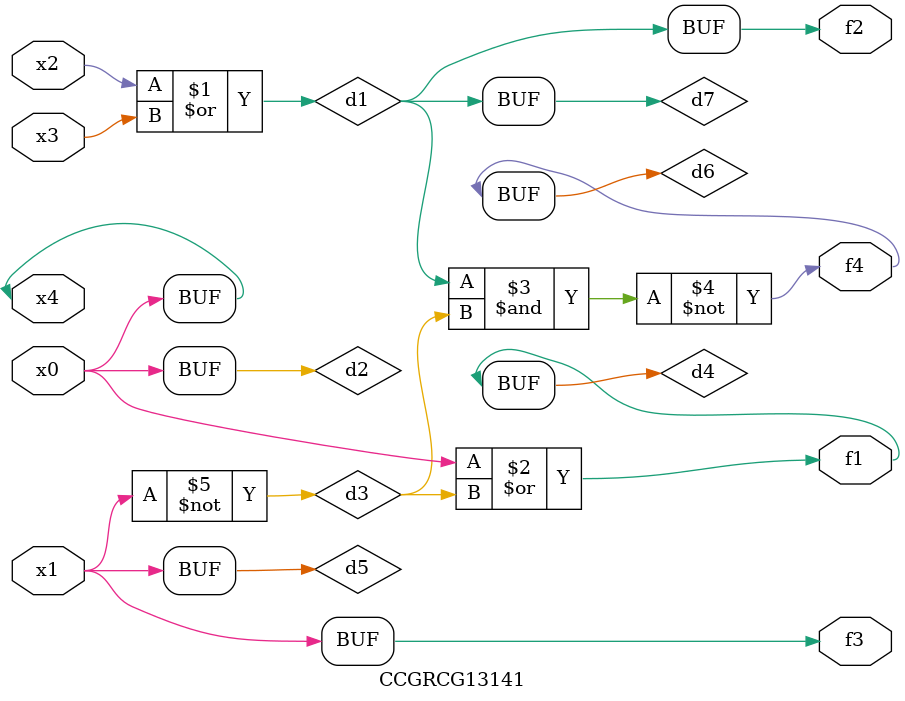
<source format=v>
module CCGRCG13141(
	input x0, x1, x2, x3, x4,
	output f1, f2, f3, f4
);

	wire d1, d2, d3, d4, d5, d6, d7;

	or (d1, x2, x3);
	buf (d2, x0, x4);
	not (d3, x1);
	or (d4, d2, d3);
	not (d5, d3);
	nand (d6, d1, d3);
	or (d7, d1);
	assign f1 = d4;
	assign f2 = d7;
	assign f3 = d5;
	assign f4 = d6;
endmodule

</source>
